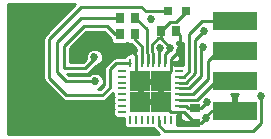
<source format=gbl>
%FSLAX46Y46*%
G04 Gerber Fmt 4.6, Leading zero omitted, Abs format (unit mm)*
G04 Created by KiCad (PCBNEW (2014-10-18 BZR 5203)-product) date 3/11/2015 2:43:32 PM*
%MOMM*%
G01*
G04 APERTURE LIST*
%ADD10C,0.100000*%
%ADD11R,3.810000X1.524000*%
%ADD12R,0.250000X0.700000*%
%ADD13R,0.700000X0.250000*%
%ADD14R,1.725000X1.725000*%
%ADD15R,0.797560X0.797560*%
%ADD16R,0.698500X0.899160*%
%ADD17R,0.899160X0.698500*%
%ADD18C,0.685800*%
%ADD19C,0.254000*%
G04 APERTURE END LIST*
D10*
D11*
X126136400Y-93319600D03*
X126136400Y-95859600D03*
X126136400Y-98399600D03*
X126136400Y-90779600D03*
D12*
X117249000Y-94374000D03*
X117749000Y-94374000D03*
X118249000Y-94374000D03*
X118749000Y-94374000D03*
X119249000Y-94374000D03*
X119749000Y-94374000D03*
X120249000Y-94374000D03*
X120749000Y-94374000D03*
D13*
X121399000Y-95024000D03*
X121399000Y-95524000D03*
X121399000Y-96024000D03*
X121399000Y-96524000D03*
X121399000Y-97024000D03*
X121399000Y-97524000D03*
X121399000Y-98024000D03*
X121399000Y-98524000D03*
D12*
X120749000Y-99174000D03*
X120249000Y-99174000D03*
X119749000Y-99174000D03*
X119249000Y-99174000D03*
X118749000Y-99174000D03*
X118249000Y-99174000D03*
X117749000Y-99174000D03*
X117249000Y-99174000D03*
D13*
X116599000Y-98524000D03*
X116599000Y-98024000D03*
X116599000Y-97524000D03*
X116599000Y-97024000D03*
X116599000Y-96524000D03*
X116599000Y-96024000D03*
X116599000Y-95524000D03*
X116599000Y-95024000D03*
D14*
X119861500Y-97636500D03*
X118136500Y-97636500D03*
X119861500Y-95911500D03*
X118136500Y-95911500D03*
D15*
X121970800Y-89979500D03*
X120472200Y-89979500D03*
D16*
X119849900Y-91643200D03*
X121145300Y-91643200D03*
D17*
X122732800Y-98158300D03*
X122732800Y-99453700D03*
D16*
X116395500Y-91948000D03*
X117690900Y-91948000D03*
X116395500Y-90525600D03*
X117690900Y-90525600D03*
D18*
X119062500Y-90678000D03*
X120650000Y-93065600D03*
X123748800Y-97688400D03*
X116490750Y-93122750D03*
X121475500Y-93281500D03*
X108013500Y-91376500D03*
X115824000Y-100076000D03*
X123698000Y-98996500D03*
X123545600Y-91694000D03*
X123444000Y-93027500D03*
X128333500Y-97155000D03*
X119786400Y-93065600D03*
X114300000Y-95910400D03*
X114249200Y-93878400D03*
D19*
X119849900Y-91643200D02*
X119849900Y-91757500D01*
X119849900Y-91643200D02*
X119849900Y-91986100D01*
X119849900Y-91643200D02*
X119849900Y-92062300D01*
X119849900Y-91643200D02*
X119849900Y-91554300D01*
X122732800Y-98158300D02*
X123177300Y-98158300D01*
X119849900Y-92265500D02*
X120650000Y-93065600D01*
X123748800Y-97688400D02*
X123278900Y-98158300D01*
X123278900Y-98158300D02*
X122732800Y-98158300D01*
X119849900Y-91643200D02*
X119849900Y-92265500D01*
X120650000Y-93218000D02*
X120249000Y-93619000D01*
X120249000Y-93619000D02*
X120249000Y-94374000D01*
X120650000Y-93065600D02*
X120650000Y-93218000D01*
X119672100Y-92265500D02*
X119126000Y-92811600D01*
X119126000Y-92811600D02*
X119126000Y-93421200D01*
X119126000Y-93421200D02*
X119249000Y-93544200D01*
X119249000Y-93544200D02*
X119249000Y-94374000D01*
X119849900Y-92265500D02*
X119672100Y-92265500D01*
X122135900Y-98158300D02*
X122001600Y-98024000D01*
X122001600Y-98024000D02*
X121399000Y-98024000D01*
X122732800Y-98158300D02*
X122135900Y-98158300D01*
X120624600Y-90868500D02*
X119849900Y-91643200D01*
X121158000Y-90868500D02*
X120624600Y-90868500D01*
X121970800Y-90055700D02*
X121158000Y-90868500D01*
X121970800Y-89979500D02*
X121970800Y-90055700D01*
X121145300Y-91643200D02*
X121310400Y-91643200D01*
X120749000Y-94374000D02*
X120814800Y-94374000D01*
X120749000Y-94374000D02*
X120749000Y-94071500D01*
X122732800Y-99453700D02*
X122796300Y-99453700D01*
X121803100Y-98524000D02*
X122732800Y-99453700D01*
X121399000Y-98524000D02*
X121803100Y-98524000D01*
X122732800Y-99453700D02*
X122948700Y-99453700D01*
X117749000Y-94374000D02*
X117749000Y-93682500D01*
X117411500Y-93345000D02*
X117749000Y-93682500D01*
X116713000Y-93345000D02*
X117411500Y-93345000D01*
X116713000Y-93345000D02*
X116490750Y-93122750D01*
X117749000Y-95524000D02*
X118136500Y-95911500D01*
X117749000Y-94374000D02*
X117749000Y-95524000D01*
X120749000Y-95024000D02*
X119861500Y-95911500D01*
X120749000Y-94374000D02*
X120749000Y-95024000D01*
X120749000Y-98524000D02*
X119861500Y-97636500D01*
X121399000Y-98524000D02*
X120749000Y-98524000D01*
X119861500Y-95911500D02*
X119861500Y-97636500D01*
X118136500Y-95911500D02*
X119861500Y-95911500D01*
X118136500Y-97636500D02*
X118136500Y-95911500D01*
X119861500Y-97636500D02*
X118136500Y-97636500D01*
X120749000Y-94008000D02*
X121475500Y-93281500D01*
X120749000Y-94374000D02*
X120749000Y-94008000D01*
X121475500Y-91973400D02*
X121145300Y-91643200D01*
X121475500Y-93281500D02*
X121475500Y-91973400D01*
X107251500Y-100076000D02*
X107124500Y-99949000D01*
X107124500Y-99949000D02*
X107124500Y-92265500D01*
X107124500Y-92265500D02*
X108013500Y-91376500D01*
X115824000Y-100076000D02*
X107251500Y-100076000D01*
X123240800Y-99453700D02*
X123698000Y-98996500D01*
X122732800Y-99453700D02*
X123240800Y-99453700D01*
X123698000Y-98869500D02*
X124167900Y-98399600D01*
X124167900Y-98399600D02*
X126136400Y-98399600D01*
X123698000Y-98996500D02*
X123698000Y-98869500D01*
X118249000Y-92950600D02*
X118249000Y-94374000D01*
X117690900Y-92392500D02*
X118249000Y-92950600D01*
X117690900Y-91948000D02*
X117690900Y-92392500D01*
X117868700Y-90525600D02*
X117690900Y-90525600D01*
X118749000Y-93641798D02*
X118668800Y-93561598D01*
X118668800Y-93561598D02*
X118668800Y-91503500D01*
X118668800Y-91503500D02*
X117690900Y-90525600D01*
X118749000Y-94374000D02*
X118749000Y-93641798D01*
X123545600Y-91694000D02*
X122783600Y-92456000D01*
X122783600Y-92456000D02*
X122783600Y-95250000D01*
X122783600Y-95250000D02*
X122009600Y-96024000D01*
X122009600Y-96024000D02*
X121399000Y-96024000D01*
X121798400Y-95524000D02*
X122275600Y-95046800D01*
X122275600Y-95046800D02*
X122275600Y-91897200D01*
X122275600Y-91897200D02*
X123393200Y-90779600D01*
X123393200Y-90779600D02*
X126136400Y-90779600D01*
X121399000Y-95524000D02*
X121798400Y-95524000D01*
X122297000Y-96524000D02*
X123317000Y-95504000D01*
X123317000Y-95504000D02*
X123317000Y-93154500D01*
X123317000Y-93154500D02*
X123444000Y-93027500D01*
X121399000Y-96524000D02*
X122297000Y-96524000D01*
X124561600Y-93319600D02*
X126136400Y-93319600D01*
X124663200Y-93319600D02*
X126136400Y-93319600D01*
X124815600Y-93319600D02*
X126136400Y-93319600D01*
X124688598Y-93319600D02*
X126136400Y-93319600D01*
X122584400Y-97024000D02*
X123850400Y-95758000D01*
X123850400Y-95758000D02*
X123850400Y-94157798D01*
X123850400Y-94157798D02*
X124688598Y-93319600D01*
X121399000Y-97024000D02*
X122584400Y-97024000D01*
X128333500Y-97155000D02*
X128397000Y-97218500D01*
X128397000Y-97218500D02*
X128397000Y-99441000D01*
X128397000Y-99441000D02*
X127698500Y-100139500D01*
X127698500Y-100139500D02*
X120205500Y-100139500D01*
X120205500Y-100139500D02*
X119749000Y-99683000D01*
X119749000Y-99683000D02*
X119749000Y-99174000D01*
X124561600Y-95859600D02*
X126136400Y-95859600D01*
X122897200Y-97524000D02*
X124561600Y-95859600D01*
X121399000Y-97524000D02*
X122897200Y-97524000D01*
X119749000Y-94374000D02*
X119749000Y-93103000D01*
X119749000Y-93103000D02*
X119786400Y-93065600D01*
X113131600Y-90525600D02*
X111099600Y-92557600D01*
X111099600Y-92557600D02*
X111099600Y-95148400D01*
X111099600Y-95148400D02*
X111861600Y-95910400D01*
X111861600Y-95910400D02*
X114300000Y-95910400D01*
X116395500Y-90525600D02*
X113131600Y-90525600D01*
X116027200Y-91948000D02*
X115316000Y-91236800D01*
X115316000Y-91236800D02*
X113334800Y-91236800D01*
X113334800Y-91236800D02*
X111658400Y-92913200D01*
X111658400Y-92913200D02*
X111658400Y-94742000D01*
X111658400Y-94742000D02*
X111709200Y-94792800D01*
X111709200Y-94792800D02*
X113487200Y-94792800D01*
X113487200Y-94792800D02*
X114249200Y-94030800D01*
X114249200Y-94030800D02*
X114249200Y-93878400D01*
X116395500Y-91948000D02*
X116027200Y-91948000D01*
X118618000Y-89979500D02*
X118237000Y-89598500D01*
X118237000Y-89598500D02*
X113157000Y-89598500D01*
X113157000Y-89598500D02*
X110426500Y-92329000D01*
X110426500Y-92329000D02*
X110426500Y-95631000D01*
X110426500Y-95631000D02*
X111887000Y-97091500D01*
X111887000Y-97091500D02*
X114935000Y-97091500D01*
X114935000Y-97091500D02*
X115570000Y-96456500D01*
X115570000Y-96456500D02*
X115570000Y-94869000D01*
X115570000Y-94869000D02*
X116065000Y-94374000D01*
X116065000Y-94374000D02*
X117249000Y-94374000D01*
X120472200Y-89979500D02*
X118618000Y-89979500D01*
G36*
X117741000Y-93389000D02*
X117621998Y-93389000D01*
X117621998Y-93483248D01*
X117527750Y-93389000D01*
X117497690Y-93389000D01*
X117264301Y-93485673D01*
X117106974Y-93643000D01*
X117048214Y-93643000D01*
X116908180Y-93701004D01*
X116801004Y-93808181D01*
X116777054Y-93866000D01*
X116065000Y-93866000D01*
X115870597Y-93904669D01*
X115705790Y-94014790D01*
X115210790Y-94509790D01*
X115100669Y-94674597D01*
X115062000Y-94869000D01*
X115062000Y-96246079D01*
X114724579Y-96583500D01*
X114566608Y-96583500D01*
X114709521Y-96524450D01*
X114913335Y-96320992D01*
X115023774Y-96055024D01*
X115024025Y-95767039D01*
X114914050Y-95500879D01*
X114710592Y-95297065D01*
X114444624Y-95186626D01*
X114156639Y-95186375D01*
X113890479Y-95296350D01*
X113784243Y-95402400D01*
X112072020Y-95402400D01*
X111970420Y-95300800D01*
X113487200Y-95300800D01*
X113681603Y-95262131D01*
X113846410Y-95152010D01*
X114398412Y-94600007D01*
X114658721Y-94492450D01*
X114862535Y-94288992D01*
X114972974Y-94023024D01*
X114973225Y-93735039D01*
X114863250Y-93468879D01*
X114659792Y-93265065D01*
X114393824Y-93154626D01*
X114105839Y-93154375D01*
X113839679Y-93264350D01*
X113635865Y-93467808D01*
X113525426Y-93733776D01*
X113525175Y-94021761D01*
X113529456Y-94032123D01*
X113276780Y-94284800D01*
X112166400Y-94284800D01*
X112166400Y-93123620D01*
X113545220Y-91744800D01*
X115105580Y-91744800D01*
X115665250Y-92304470D01*
X115665250Y-92473366D01*
X115723254Y-92613400D01*
X115830431Y-92720576D01*
X115970465Y-92778580D01*
X116122036Y-92778580D01*
X116820536Y-92778580D01*
X116960570Y-92720576D01*
X117043199Y-92637945D01*
X117125831Y-92720576D01*
X117265865Y-92778580D01*
X117358559Y-92778580D01*
X117741000Y-93161020D01*
X117741000Y-93389000D01*
X117741000Y-93389000D01*
G37*
X117741000Y-93389000D02*
X117621998Y-93389000D01*
X117621998Y-93483248D01*
X117527750Y-93389000D01*
X117497690Y-93389000D01*
X117264301Y-93485673D01*
X117106974Y-93643000D01*
X117048214Y-93643000D01*
X116908180Y-93701004D01*
X116801004Y-93808181D01*
X116777054Y-93866000D01*
X116065000Y-93866000D01*
X115870597Y-93904669D01*
X115705790Y-94014790D01*
X115210790Y-94509790D01*
X115100669Y-94674597D01*
X115062000Y-94869000D01*
X115062000Y-96246079D01*
X114724579Y-96583500D01*
X114566608Y-96583500D01*
X114709521Y-96524450D01*
X114913335Y-96320992D01*
X115023774Y-96055024D01*
X115024025Y-95767039D01*
X114914050Y-95500879D01*
X114710592Y-95297065D01*
X114444624Y-95186626D01*
X114156639Y-95186375D01*
X113890479Y-95296350D01*
X113784243Y-95402400D01*
X112072020Y-95402400D01*
X111970420Y-95300800D01*
X113487200Y-95300800D01*
X113681603Y-95262131D01*
X113846410Y-95152010D01*
X114398412Y-94600007D01*
X114658721Y-94492450D01*
X114862535Y-94288992D01*
X114972974Y-94023024D01*
X114973225Y-93735039D01*
X114863250Y-93468879D01*
X114659792Y-93265065D01*
X114393824Y-93154626D01*
X114105839Y-93154375D01*
X113839679Y-93264350D01*
X113635865Y-93467808D01*
X113525426Y-93733776D01*
X113525175Y-94021761D01*
X113529456Y-94032123D01*
X113276780Y-94284800D01*
X112166400Y-94284800D01*
X112166400Y-93123620D01*
X113545220Y-91744800D01*
X115105580Y-91744800D01*
X115665250Y-92304470D01*
X115665250Y-92473366D01*
X115723254Y-92613400D01*
X115830431Y-92720576D01*
X115970465Y-92778580D01*
X116122036Y-92778580D01*
X116820536Y-92778580D01*
X116960570Y-92720576D01*
X117043199Y-92637945D01*
X117125831Y-92720576D01*
X117265865Y-92778580D01*
X117358559Y-92778580D01*
X117741000Y-93161020D01*
X117741000Y-93389000D01*
G36*
X119741079Y-100393500D02*
X106934000Y-100393500D01*
X106934000Y-89408000D01*
X112629079Y-89408000D01*
X110067290Y-91969790D01*
X109957169Y-92134597D01*
X109918500Y-92329000D01*
X109918500Y-95631000D01*
X109957169Y-95825403D01*
X110067290Y-95990210D01*
X111527790Y-97450710D01*
X111692597Y-97560831D01*
X111887000Y-97599500D01*
X114935000Y-97599500D01*
X115129403Y-97560831D01*
X115294210Y-97450710D01*
X115868000Y-96876920D01*
X115868000Y-96974786D01*
X115868000Y-97224786D01*
X115888385Y-97274000D01*
X115868000Y-97323215D01*
X115868000Y-97474786D01*
X115868000Y-97724786D01*
X115888385Y-97774000D01*
X115868000Y-97823215D01*
X115868000Y-97974786D01*
X115868000Y-98224786D01*
X115888385Y-98274000D01*
X115868000Y-98323215D01*
X115868000Y-98474786D01*
X115868000Y-98724786D01*
X115926004Y-98864820D01*
X116033181Y-98971996D01*
X116173215Y-99030000D01*
X116324786Y-99030000D01*
X116743000Y-99030000D01*
X116743000Y-99599786D01*
X116801004Y-99739820D01*
X116908181Y-99846996D01*
X117048215Y-99905000D01*
X117199786Y-99905000D01*
X117449786Y-99905000D01*
X117499000Y-99884614D01*
X117548215Y-99905000D01*
X117699786Y-99905000D01*
X117949786Y-99905000D01*
X117999000Y-99884614D01*
X118048215Y-99905000D01*
X118199786Y-99905000D01*
X118449786Y-99905000D01*
X118499000Y-99884614D01*
X118548215Y-99905000D01*
X118699786Y-99905000D01*
X118949786Y-99905000D01*
X118999000Y-99884614D01*
X119048215Y-99905000D01*
X119199786Y-99905000D01*
X119298108Y-99905000D01*
X119389790Y-100042210D01*
X119741079Y-100393500D01*
X119741079Y-100393500D01*
G37*
X119741079Y-100393500D02*
X106934000Y-100393500D01*
X106934000Y-89408000D01*
X112629079Y-89408000D01*
X110067290Y-91969790D01*
X109957169Y-92134597D01*
X109918500Y-92329000D01*
X109918500Y-95631000D01*
X109957169Y-95825403D01*
X110067290Y-95990210D01*
X111527790Y-97450710D01*
X111692597Y-97560831D01*
X111887000Y-97599500D01*
X114935000Y-97599500D01*
X115129403Y-97560831D01*
X115294210Y-97450710D01*
X115868000Y-96876920D01*
X115868000Y-96974786D01*
X115868000Y-97224786D01*
X115888385Y-97274000D01*
X115868000Y-97323215D01*
X115868000Y-97474786D01*
X115868000Y-97724786D01*
X115888385Y-97774000D01*
X115868000Y-97823215D01*
X115868000Y-97974786D01*
X115868000Y-98224786D01*
X115888385Y-98274000D01*
X115868000Y-98323215D01*
X115868000Y-98474786D01*
X115868000Y-98724786D01*
X115926004Y-98864820D01*
X116033181Y-98971996D01*
X116173215Y-99030000D01*
X116324786Y-99030000D01*
X116743000Y-99030000D01*
X116743000Y-99599786D01*
X116801004Y-99739820D01*
X116908181Y-99846996D01*
X117048215Y-99905000D01*
X117199786Y-99905000D01*
X117449786Y-99905000D01*
X117499000Y-99884614D01*
X117548215Y-99905000D01*
X117699786Y-99905000D01*
X117949786Y-99905000D01*
X117999000Y-99884614D01*
X118048215Y-99905000D01*
X118199786Y-99905000D01*
X118449786Y-99905000D01*
X118499000Y-99884614D01*
X118548215Y-99905000D01*
X118699786Y-99905000D01*
X118949786Y-99905000D01*
X118999000Y-99884614D01*
X119048215Y-99905000D01*
X119199786Y-99905000D01*
X119298108Y-99905000D01*
X119389790Y-100042210D01*
X119741079Y-100393500D01*
G36*
X120008500Y-97763500D02*
X119988500Y-97763500D01*
X119988500Y-97783500D01*
X119734500Y-97783500D01*
X119734500Y-97763500D01*
X119734500Y-97509500D01*
X119734500Y-97250250D01*
X119734500Y-96297750D01*
X119734500Y-96038500D01*
X119475250Y-96038500D01*
X118522750Y-96038500D01*
X118263500Y-96038500D01*
X118263500Y-96297750D01*
X118263500Y-97250250D01*
X118263500Y-97509500D01*
X118522750Y-97509500D01*
X119475250Y-97509500D01*
X119734500Y-97509500D01*
X119734500Y-97763500D01*
X119475250Y-97763500D01*
X118522750Y-97763500D01*
X118263500Y-97763500D01*
X118263500Y-97783500D01*
X118009500Y-97783500D01*
X118009500Y-97763500D01*
X117989500Y-97763500D01*
X117989500Y-97509500D01*
X118009500Y-97509500D01*
X118009500Y-97250250D01*
X118009500Y-96297750D01*
X118009500Y-96038500D01*
X117989500Y-96038500D01*
X117989500Y-95784500D01*
X118009500Y-95784500D01*
X118009500Y-95764500D01*
X118263500Y-95764500D01*
X118263500Y-95784500D01*
X118522750Y-95784500D01*
X119475250Y-95784500D01*
X119734500Y-95784500D01*
X119734500Y-95764500D01*
X119988500Y-95764500D01*
X119988500Y-95784500D01*
X120008500Y-95784500D01*
X120008500Y-96038500D01*
X119988500Y-96038500D01*
X119988500Y-96297750D01*
X119988500Y-97250250D01*
X119988500Y-97509500D01*
X120008500Y-97509500D01*
X120008500Y-97763500D01*
X120008500Y-97763500D01*
G37*
X120008500Y-97763500D02*
X119988500Y-97763500D01*
X119988500Y-97783500D01*
X119734500Y-97783500D01*
X119734500Y-97763500D01*
X119734500Y-97509500D01*
X119734500Y-97250250D01*
X119734500Y-96297750D01*
X119734500Y-96038500D01*
X119475250Y-96038500D01*
X118522750Y-96038500D01*
X118263500Y-96038500D01*
X118263500Y-96297750D01*
X118263500Y-97250250D01*
X118263500Y-97509500D01*
X118522750Y-97509500D01*
X119475250Y-97509500D01*
X119734500Y-97509500D01*
X119734500Y-97763500D01*
X119475250Y-97763500D01*
X118522750Y-97763500D01*
X118263500Y-97763500D01*
X118263500Y-97783500D01*
X118009500Y-97783500D01*
X118009500Y-97763500D01*
X117989500Y-97763500D01*
X117989500Y-97509500D01*
X118009500Y-97509500D01*
X118009500Y-97250250D01*
X118009500Y-96297750D01*
X118009500Y-96038500D01*
X117989500Y-96038500D01*
X117989500Y-95784500D01*
X118009500Y-95784500D01*
X118009500Y-95764500D01*
X118263500Y-95764500D01*
X118263500Y-95784500D01*
X118522750Y-95784500D01*
X119475250Y-95784500D01*
X119734500Y-95784500D01*
X119734500Y-95764500D01*
X119988500Y-95764500D01*
X119988500Y-95784500D01*
X120008500Y-95784500D01*
X120008500Y-96038500D01*
X119988500Y-96038500D01*
X119988500Y-96297750D01*
X119988500Y-97250250D01*
X119988500Y-97509500D01*
X120008500Y-97509500D01*
X120008500Y-97763500D01*
G36*
X121292300Y-91770200D02*
X121272300Y-91770200D01*
X121272300Y-91790200D01*
X121018300Y-91790200D01*
X121018300Y-91770200D01*
X120998300Y-91770200D01*
X120998300Y-91516200D01*
X121018300Y-91516200D01*
X121018300Y-91496200D01*
X121272300Y-91496200D01*
X121272300Y-91516200D01*
X121292300Y-91516200D01*
X121292300Y-91770200D01*
X121292300Y-91770200D01*
G37*
X121292300Y-91770200D02*
X121272300Y-91770200D01*
X121272300Y-91790200D01*
X121018300Y-91790200D01*
X121018300Y-91770200D01*
X120998300Y-91770200D01*
X120998300Y-91516200D01*
X121018300Y-91516200D01*
X121018300Y-91496200D01*
X121272300Y-91496200D01*
X121272300Y-91516200D01*
X121292300Y-91516200D01*
X121292300Y-91770200D01*
G36*
X121767600Y-94518000D02*
X121673214Y-94518000D01*
X121367250Y-94518000D01*
X121350250Y-94501000D01*
X121060346Y-94501000D01*
X120850310Y-94414000D01*
X120755000Y-94414000D01*
X120755000Y-94384054D01*
X120757000Y-94374000D01*
X120757000Y-94227000D01*
X120811500Y-94227000D01*
X120811500Y-94247000D01*
X121350250Y-94247000D01*
X121509000Y-94088250D01*
X121509000Y-93897691D01*
X121412327Y-93664302D01*
X121243759Y-93495733D01*
X121263335Y-93476192D01*
X121373774Y-93210224D01*
X121374025Y-92922239D01*
X121272302Y-92676050D01*
X121272302Y-92569032D01*
X121431050Y-92727780D01*
X121620859Y-92727780D01*
X121767600Y-92666997D01*
X121767600Y-94518000D01*
X121767600Y-94518000D01*
G37*
X121767600Y-94518000D02*
X121673214Y-94518000D01*
X121367250Y-94518000D01*
X121350250Y-94501000D01*
X121060346Y-94501000D01*
X120850310Y-94414000D01*
X120755000Y-94414000D01*
X120755000Y-94384054D01*
X120757000Y-94374000D01*
X120757000Y-94227000D01*
X120811500Y-94227000D01*
X120811500Y-94247000D01*
X121350250Y-94247000D01*
X121509000Y-94088250D01*
X121509000Y-93897691D01*
X121412327Y-93664302D01*
X121243759Y-93495733D01*
X121263335Y-93476192D01*
X121373774Y-93210224D01*
X121374025Y-92922239D01*
X121272302Y-92676050D01*
X121272302Y-92569032D01*
X121431050Y-92727780D01*
X121620859Y-92727780D01*
X121767600Y-92666997D01*
X121767600Y-94518000D01*
G36*
X122879800Y-99580700D02*
X122859800Y-99580700D01*
X122859800Y-99600700D01*
X122605800Y-99600700D01*
X122605800Y-99580700D01*
X121806970Y-99580700D01*
X121756170Y-99631500D01*
X121241863Y-99631500D01*
X121255000Y-99599785D01*
X121255000Y-99448214D01*
X121255000Y-99142250D01*
X121272000Y-99125250D01*
X121272000Y-98835345D01*
X121359000Y-98625309D01*
X121359000Y-98530000D01*
X121388945Y-98530000D01*
X121399000Y-98532000D01*
X121546000Y-98532000D01*
X121546000Y-98586500D01*
X121526000Y-98586500D01*
X121526000Y-99125250D01*
X121684750Y-99284000D01*
X121764270Y-99284000D01*
X121806970Y-99326700D01*
X122605800Y-99326700D01*
X122605800Y-99306700D01*
X122859800Y-99306700D01*
X122859800Y-99326700D01*
X122879800Y-99326700D01*
X122879800Y-99580700D01*
X122879800Y-99580700D01*
G37*
X122879800Y-99580700D02*
X122859800Y-99580700D01*
X122859800Y-99600700D01*
X122605800Y-99600700D01*
X122605800Y-99580700D01*
X121806970Y-99580700D01*
X121756170Y-99631500D01*
X121241863Y-99631500D01*
X121255000Y-99599785D01*
X121255000Y-99448214D01*
X121255000Y-99142250D01*
X121272000Y-99125250D01*
X121272000Y-98835345D01*
X121359000Y-98625309D01*
X121359000Y-98530000D01*
X121388945Y-98530000D01*
X121399000Y-98532000D01*
X121546000Y-98532000D01*
X121546000Y-98586500D01*
X121526000Y-98586500D01*
X121526000Y-99125250D01*
X121684750Y-99284000D01*
X121764270Y-99284000D01*
X121806970Y-99326700D01*
X122605800Y-99326700D01*
X122605800Y-99306700D01*
X122859800Y-99306700D01*
X122859800Y-99326700D01*
X122879800Y-99326700D01*
X122879800Y-99580700D01*
G36*
X126422150Y-97002600D02*
X126263400Y-97161350D01*
X126263400Y-98272600D01*
X126283400Y-98272600D01*
X126283400Y-98526600D01*
X126263400Y-98526600D01*
X126263400Y-98546600D01*
X126009400Y-98546600D01*
X126009400Y-98526600D01*
X125989400Y-98526600D01*
X125989400Y-98272600D01*
X126009400Y-98272600D01*
X126009400Y-97161350D01*
X125850650Y-97002600D01*
X126422150Y-97002600D01*
X126422150Y-97002600D01*
G37*
X126422150Y-97002600D02*
X126263400Y-97161350D01*
X126263400Y-98272600D01*
X126283400Y-98272600D01*
X126283400Y-98526600D01*
X126263400Y-98526600D01*
X126263400Y-98546600D01*
X126009400Y-98546600D01*
X126009400Y-98526600D01*
X125989400Y-98526600D01*
X125989400Y-98272600D01*
X126009400Y-98272600D01*
X126009400Y-97161350D01*
X125850650Y-97002600D01*
X126422150Y-97002600D01*
M02*

</source>
